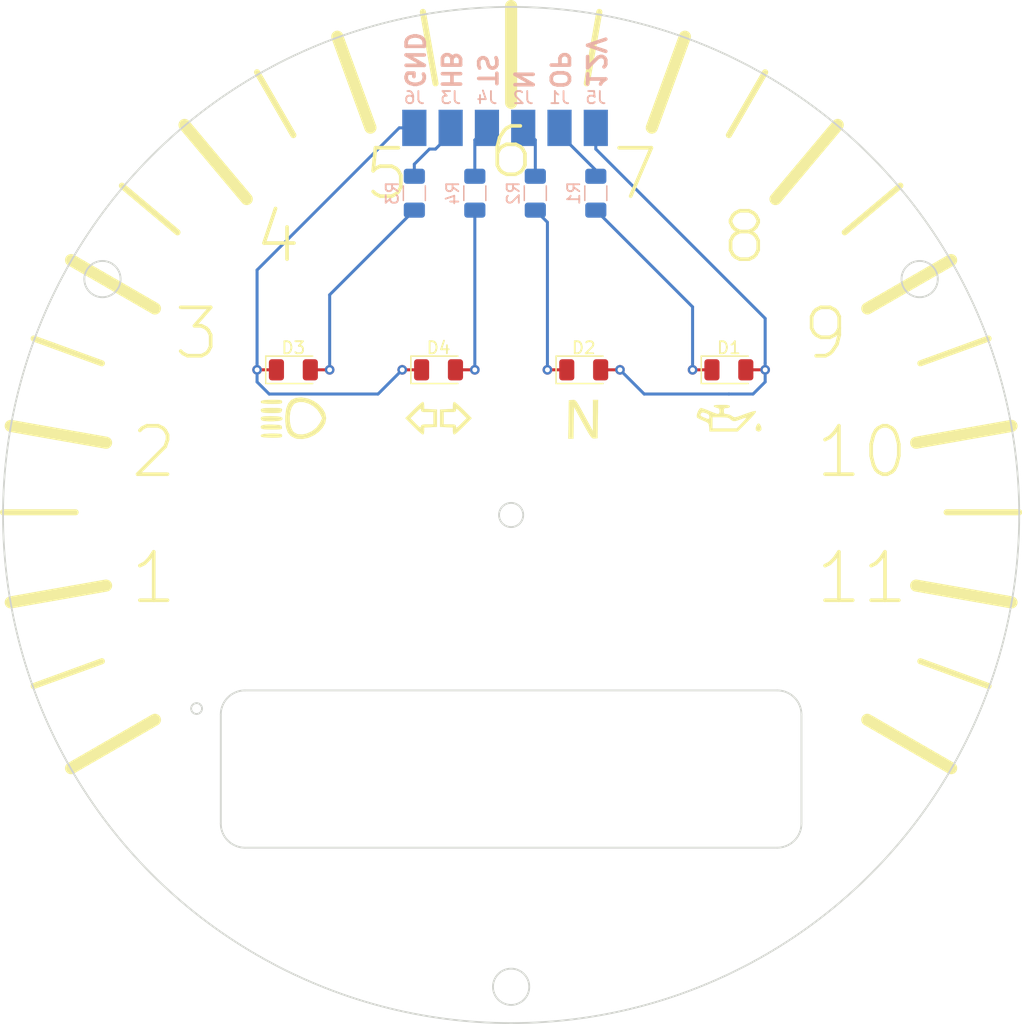
<source format=kicad_pcb>
(kicad_pcb (version 20171130) (host pcbnew "(5.0.1)-4")

  (general
    (thickness 1.6)
    (drawings 56)
    (tracks 52)
    (zones 0)
    (modules 18)
    (nets 11)
  )

  (page A4)
  (layers
    (0 F.Cu signal)
    (31 B.Cu signal)
    (32 B.Adhes user)
    (33 F.Adhes user)
    (34 B.Paste user)
    (35 F.Paste user)
    (36 B.SilkS user)
    (37 F.SilkS user)
    (38 B.Mask user)
    (39 F.Mask user)
    (40 Dwgs.User user)
    (41 Cmts.User user)
    (42 Eco1.User user)
    (43 Eco2.User user)
    (44 Edge.Cuts user)
    (45 Margin user)
    (46 B.CrtYd user)
    (47 F.CrtYd user)
    (48 B.Fab user)
    (49 F.Fab user)
  )

  (setup
    (last_trace_width 0.25)
    (trace_clearance 0.2)
    (zone_clearance 0.508)
    (zone_45_only no)
    (trace_min 0.2)
    (segment_width 0.2)
    (edge_width 0.15)
    (via_size 0.8)
    (via_drill 0.4)
    (via_min_size 0.4)
    (via_min_drill 0.3)
    (uvia_size 0.3)
    (uvia_drill 0.1)
    (uvias_allowed no)
    (uvia_min_size 0.2)
    (uvia_min_drill 0.1)
    (pcb_text_width 0.3)
    (pcb_text_size 1.5 1.5)
    (mod_edge_width 0.15)
    (mod_text_size 1 1)
    (mod_text_width 0.15)
    (pad_size 1.524 1.524)
    (pad_drill 0.762)
    (pad_to_mask_clearance 0.051)
    (solder_mask_min_width 0.25)
    (aux_axis_origin 0 0)
    (visible_elements 7FFFFFFF)
    (pcbplotparams
      (layerselection 0x010f0_ffffffff)
      (usegerberextensions false)
      (usegerberattributes true)
      (usegerberadvancedattributes false)
      (creategerberjobfile false)
      (excludeedgelayer true)
      (linewidth 0.100000)
      (plotframeref false)
      (viasonmask false)
      (mode 1)
      (useauxorigin false)
      (hpglpennumber 1)
      (hpglpenspeed 20)
      (hpglpendiameter 15.000000)
      (psnegative false)
      (psa4output false)
      (plotreference true)
      (plotvalue true)
      (plotinvisibletext false)
      (padsonsilk false)
      (subtractmaskfromsilk false)
      (outputformat 1)
      (mirror false)
      (drillshape 0)
      (scaleselection 1)
      (outputdirectory "gerber"))
  )

  (net 0 "")
  (net 1 "Net-(D1-Pad1)")
  (net 2 +12V)
  (net 3 "Net-(D2-Pad1)")
  (net 4 GND)
  (net 5 "Net-(D3-Pad2)")
  (net 6 "Net-(D4-Pad2)")
  (net 7 "Net-(J1-Pad1)")
  (net 8 "Net-(J2-Pad1)")
  (net 9 "Net-(J3-Pad1)")
  (net 10 "Net-(J4-Pad1)")

  (net_class Default "This is the default net class."
    (clearance 0.2)
    (trace_width 0.25)
    (via_dia 0.8)
    (via_drill 0.4)
    (uvia_dia 0.3)
    (uvia_drill 0.1)
    (add_net +12V)
    (add_net GND)
    (add_net "Net-(D1-Pad1)")
    (add_net "Net-(D2-Pad1)")
    (add_net "Net-(D3-Pad2)")
    (add_net "Net-(D4-Pad2)")
    (add_net "Net-(J1-Pad1)")
    (add_net "Net-(J2-Pad1)")
    (add_net "Net-(J3-Pad1)")
    (add_net "Net-(J4-Pad1)")
  )

  (module LED_SMD:LED_1206_3216Metric (layer F.Cu) (tedit 5B301BBE) (tstamp 5CEBD8BC)
    (at 168 88)
    (descr "LED SMD 1206 (3216 Metric), square (rectangular) end terminal, IPC_7351 nominal, (Body size source: http://www.tortai-tech.com/upload/download/2011102023233369053.pdf), generated with kicad-footprint-generator")
    (tags diode)
    (path /5CEA1E49)
    (attr smd)
    (fp_text reference D1 (at 0 -1.82) (layer F.SilkS)
      (effects (font (size 1 1) (thickness 0.15)))
    )
    (fp_text value LED (at 0 1.82) (layer F.Fab)
      (effects (font (size 1 1) (thickness 0.15)))
    )
    (fp_line (start 1.6 -0.8) (end -1.2 -0.8) (layer F.Fab) (width 0.1))
    (fp_line (start -1.2 -0.8) (end -1.6 -0.4) (layer F.Fab) (width 0.1))
    (fp_line (start -1.6 -0.4) (end -1.6 0.8) (layer F.Fab) (width 0.1))
    (fp_line (start -1.6 0.8) (end 1.6 0.8) (layer F.Fab) (width 0.1))
    (fp_line (start 1.6 0.8) (end 1.6 -0.8) (layer F.Fab) (width 0.1))
    (fp_line (start 1.6 -1.135) (end -2.285 -1.135) (layer F.SilkS) (width 0.12))
    (fp_line (start -2.285 -1.135) (end -2.285 1.135) (layer F.SilkS) (width 0.12))
    (fp_line (start -2.285 1.135) (end 1.6 1.135) (layer F.SilkS) (width 0.12))
    (fp_line (start -2.28 1.12) (end -2.28 -1.12) (layer F.CrtYd) (width 0.05))
    (fp_line (start -2.28 -1.12) (end 2.28 -1.12) (layer F.CrtYd) (width 0.05))
    (fp_line (start 2.28 -1.12) (end 2.28 1.12) (layer F.CrtYd) (width 0.05))
    (fp_line (start 2.28 1.12) (end -2.28 1.12) (layer F.CrtYd) (width 0.05))
    (fp_text user %R (at 0 0) (layer F.Fab)
      (effects (font (size 0.8 0.8) (thickness 0.12)))
    )
    (pad 1 smd roundrect (at -1.4 0) (size 1.25 1.75) (layers F.Cu F.Paste F.Mask) (roundrect_rratio 0.2)
      (net 1 "Net-(D1-Pad1)"))
    (pad 2 smd roundrect (at 1.4 0) (size 1.25 1.75) (layers F.Cu F.Paste F.Mask) (roundrect_rratio 0.2)
      (net 2 +12V))
    (model ${KISYS3DMOD}/LED_SMD.3dshapes/LED_1206_3216Metric.wrl
      (at (xyz 0 0 0))
      (scale (xyz 1 1 1))
      (rotate (xyz 0 0 0))
    )
  )

  (module LED_SMD:LED_1206_3216Metric (layer F.Cu) (tedit 5B301BBE) (tstamp 5CEBD861)
    (at 156 88)
    (descr "LED SMD 1206 (3216 Metric), square (rectangular) end terminal, IPC_7351 nominal, (Body size source: http://www.tortai-tech.com/upload/download/2011102023233369053.pdf), generated with kicad-footprint-generator")
    (tags diode)
    (path /5CEA1ED9)
    (attr smd)
    (fp_text reference D2 (at 0 -1.82) (layer F.SilkS)
      (effects (font (size 1 1) (thickness 0.15)))
    )
    (fp_text value LED (at 0 1.82) (layer F.Fab)
      (effects (font (size 1 1) (thickness 0.15)))
    )
    (fp_text user %R (at 0 0) (layer F.Fab)
      (effects (font (size 0.8 0.8) (thickness 0.12)))
    )
    (fp_line (start 2.28 1.12) (end -2.28 1.12) (layer F.CrtYd) (width 0.05))
    (fp_line (start 2.28 -1.12) (end 2.28 1.12) (layer F.CrtYd) (width 0.05))
    (fp_line (start -2.28 -1.12) (end 2.28 -1.12) (layer F.CrtYd) (width 0.05))
    (fp_line (start -2.28 1.12) (end -2.28 -1.12) (layer F.CrtYd) (width 0.05))
    (fp_line (start -2.285 1.135) (end 1.6 1.135) (layer F.SilkS) (width 0.12))
    (fp_line (start -2.285 -1.135) (end -2.285 1.135) (layer F.SilkS) (width 0.12))
    (fp_line (start 1.6 -1.135) (end -2.285 -1.135) (layer F.SilkS) (width 0.12))
    (fp_line (start 1.6 0.8) (end 1.6 -0.8) (layer F.Fab) (width 0.1))
    (fp_line (start -1.6 0.8) (end 1.6 0.8) (layer F.Fab) (width 0.1))
    (fp_line (start -1.6 -0.4) (end -1.6 0.8) (layer F.Fab) (width 0.1))
    (fp_line (start -1.2 -0.8) (end -1.6 -0.4) (layer F.Fab) (width 0.1))
    (fp_line (start 1.6 -0.8) (end -1.2 -0.8) (layer F.Fab) (width 0.1))
    (pad 2 smd roundrect (at 1.4 0) (size 1.25 1.75) (layers F.Cu F.Paste F.Mask) (roundrect_rratio 0.2)
      (net 2 +12V))
    (pad 1 smd roundrect (at -1.4 0) (size 1.25 1.75) (layers F.Cu F.Paste F.Mask) (roundrect_rratio 0.2)
      (net 3 "Net-(D2-Pad1)"))
    (model ${KISYS3DMOD}/LED_SMD.3dshapes/LED_1206_3216Metric.wrl
      (at (xyz 0 0 0))
      (scale (xyz 1 1 1))
      (rotate (xyz 0 0 0))
    )
  )

  (module LED_SMD:LED_1206_3216Metric (layer F.Cu) (tedit 5B301BBE) (tstamp 5CEBD52B)
    (at 132 88)
    (descr "LED SMD 1206 (3216 Metric), square (rectangular) end terminal, IPC_7351 nominal, (Body size source: http://www.tortai-tech.com/upload/download/2011102023233369053.pdf), generated with kicad-footprint-generator")
    (tags diode)
    (path /5CEA1F33)
    (attr smd)
    (fp_text reference D3 (at 0 -1.82) (layer F.SilkS)
      (effects (font (size 1 1) (thickness 0.15)))
    )
    (fp_text value LED (at 0 1.82) (layer F.Fab)
      (effects (font (size 1 1) (thickness 0.15)))
    )
    (fp_line (start 1.6 -0.8) (end -1.2 -0.8) (layer F.Fab) (width 0.1))
    (fp_line (start -1.2 -0.8) (end -1.6 -0.4) (layer F.Fab) (width 0.1))
    (fp_line (start -1.6 -0.4) (end -1.6 0.8) (layer F.Fab) (width 0.1))
    (fp_line (start -1.6 0.8) (end 1.6 0.8) (layer F.Fab) (width 0.1))
    (fp_line (start 1.6 0.8) (end 1.6 -0.8) (layer F.Fab) (width 0.1))
    (fp_line (start 1.6 -1.135) (end -2.285 -1.135) (layer F.SilkS) (width 0.12))
    (fp_line (start -2.285 -1.135) (end -2.285 1.135) (layer F.SilkS) (width 0.12))
    (fp_line (start -2.285 1.135) (end 1.6 1.135) (layer F.SilkS) (width 0.12))
    (fp_line (start -2.28 1.12) (end -2.28 -1.12) (layer F.CrtYd) (width 0.05))
    (fp_line (start -2.28 -1.12) (end 2.28 -1.12) (layer F.CrtYd) (width 0.05))
    (fp_line (start 2.28 -1.12) (end 2.28 1.12) (layer F.CrtYd) (width 0.05))
    (fp_line (start 2.28 1.12) (end -2.28 1.12) (layer F.CrtYd) (width 0.05))
    (fp_text user %R (at 0 0) (layer F.Fab)
      (effects (font (size 0.8 0.8) (thickness 0.12)))
    )
    (pad 1 smd roundrect (at -1.4 0) (size 1.25 1.75) (layers F.Cu F.Paste F.Mask) (roundrect_rratio 0.2)
      (net 4 GND))
    (pad 2 smd roundrect (at 1.4 0) (size 1.25 1.75) (layers F.Cu F.Paste F.Mask) (roundrect_rratio 0.2)
      (net 5 "Net-(D3-Pad2)"))
    (model ${KISYS3DMOD}/LED_SMD.3dshapes/LED_1206_3216Metric.wrl
      (at (xyz 0 0 0))
      (scale (xyz 1 1 1))
      (rotate (xyz 0 0 0))
    )
  )

  (module LED_SMD:LED_1206_3216Metric (layer F.Cu) (tedit 5B301BBE) (tstamp 5CEBDB9F)
    (at 144 88)
    (descr "LED SMD 1206 (3216 Metric), square (rectangular) end terminal, IPC_7351 nominal, (Body size source: http://www.tortai-tech.com/upload/download/2011102023233369053.pdf), generated with kicad-footprint-generator")
    (tags diode)
    (path /5CEA1FE7)
    (attr smd)
    (fp_text reference D4 (at 0 -1.82) (layer F.SilkS)
      (effects (font (size 1 1) (thickness 0.15)))
    )
    (fp_text value LED (at 0 1.82) (layer F.Fab)
      (effects (font (size 1 1) (thickness 0.15)))
    )
    (fp_text user %R (at 0 0) (layer F.Fab)
      (effects (font (size 0.8 0.8) (thickness 0.12)))
    )
    (fp_line (start 2.28 1.12) (end -2.28 1.12) (layer F.CrtYd) (width 0.05))
    (fp_line (start 2.28 -1.12) (end 2.28 1.12) (layer F.CrtYd) (width 0.05))
    (fp_line (start -2.28 -1.12) (end 2.28 -1.12) (layer F.CrtYd) (width 0.05))
    (fp_line (start -2.28 1.12) (end -2.28 -1.12) (layer F.CrtYd) (width 0.05))
    (fp_line (start -2.285 1.135) (end 1.6 1.135) (layer F.SilkS) (width 0.12))
    (fp_line (start -2.285 -1.135) (end -2.285 1.135) (layer F.SilkS) (width 0.12))
    (fp_line (start 1.6 -1.135) (end -2.285 -1.135) (layer F.SilkS) (width 0.12))
    (fp_line (start 1.6 0.8) (end 1.6 -0.8) (layer F.Fab) (width 0.1))
    (fp_line (start -1.6 0.8) (end 1.6 0.8) (layer F.Fab) (width 0.1))
    (fp_line (start -1.6 -0.4) (end -1.6 0.8) (layer F.Fab) (width 0.1))
    (fp_line (start -1.2 -0.8) (end -1.6 -0.4) (layer F.Fab) (width 0.1))
    (fp_line (start 1.6 -0.8) (end -1.2 -0.8) (layer F.Fab) (width 0.1))
    (pad 2 smd roundrect (at 1.4 0) (size 1.25 1.75) (layers F.Cu F.Paste F.Mask) (roundrect_rratio 0.2)
      (net 6 "Net-(D4-Pad2)"))
    (pad 1 smd roundrect (at -1.4 0) (size 1.25 1.75) (layers F.Cu F.Paste F.Mask) (roundrect_rratio 0.2)
      (net 4 GND))
    (model ${KISYS3DMOD}/LED_SMD.3dshapes/LED_1206_3216Metric.wrl
      (at (xyz 0 0 0))
      (scale (xyz 1 1 1))
      (rotate (xyz 0 0 0))
    )
  )

  (module Resistor_SMD:R_1206_3216Metric (layer B.Cu) (tedit 5B301BBD) (tstamp 5CEBD54F)
    (at 157 73.4 270)
    (descr "Resistor SMD 1206 (3216 Metric), square (rectangular) end terminal, IPC_7351 nominal, (Body size source: http://www.tortai-tech.com/upload/download/2011102023233369053.pdf), generated with kicad-footprint-generator")
    (tags resistor)
    (path /5CCC7660)
    (attr smd)
    (fp_text reference R1 (at 0 1.82 270) (layer B.SilkS)
      (effects (font (size 1 1) (thickness 0.15)) (justify mirror))
    )
    (fp_text value 220 (at 0 -1.82 270) (layer B.Fab)
      (effects (font (size 1 1) (thickness 0.15)) (justify mirror))
    )
    (fp_line (start -1.6 -0.8) (end -1.6 0.8) (layer B.Fab) (width 0.1))
    (fp_line (start -1.6 0.8) (end 1.6 0.8) (layer B.Fab) (width 0.1))
    (fp_line (start 1.6 0.8) (end 1.6 -0.8) (layer B.Fab) (width 0.1))
    (fp_line (start 1.6 -0.8) (end -1.6 -0.8) (layer B.Fab) (width 0.1))
    (fp_line (start -0.602064 0.91) (end 0.602064 0.91) (layer B.SilkS) (width 0.12))
    (fp_line (start -0.602064 -0.91) (end 0.602064 -0.91) (layer B.SilkS) (width 0.12))
    (fp_line (start -2.28 -1.12) (end -2.28 1.12) (layer B.CrtYd) (width 0.05))
    (fp_line (start -2.28 1.12) (end 2.28 1.12) (layer B.CrtYd) (width 0.05))
    (fp_line (start 2.28 1.12) (end 2.28 -1.12) (layer B.CrtYd) (width 0.05))
    (fp_line (start 2.28 -1.12) (end -2.28 -1.12) (layer B.CrtYd) (width 0.05))
    (fp_text user %R (at 0 0 270) (layer B.Fab)
      (effects (font (size 0.8 0.8) (thickness 0.12)) (justify mirror))
    )
    (pad 1 smd roundrect (at -1.4 0 270) (size 1.25 1.75) (layers B.Cu B.Paste B.Mask) (roundrect_rratio 0.2)
      (net 7 "Net-(J1-Pad1)"))
    (pad 2 smd roundrect (at 1.4 0 270) (size 1.25 1.75) (layers B.Cu B.Paste B.Mask) (roundrect_rratio 0.2)
      (net 1 "Net-(D1-Pad1)"))
    (model ${KISYS3DMOD}/Resistor_SMD.3dshapes/R_1206_3216Metric.wrl
      (at (xyz 0 0 0))
      (scale (xyz 1 1 1))
      (rotate (xyz 0 0 0))
    )
  )

  (module Resistor_SMD:R_1206_3216Metric (layer B.Cu) (tedit 5B301BBD) (tstamp 5CEBD560)
    (at 152 73.4 270)
    (descr "Resistor SMD 1206 (3216 Metric), square (rectangular) end terminal, IPC_7351 nominal, (Body size source: http://www.tortai-tech.com/upload/download/2011102023233369053.pdf), generated with kicad-footprint-generator")
    (tags resistor)
    (path /5CCC7E96)
    (attr smd)
    (fp_text reference R2 (at 0 1.82 270) (layer B.SilkS)
      (effects (font (size 1 1) (thickness 0.15)) (justify mirror))
    )
    (fp_text value 220 (at 0 -1.82 270) (layer B.Fab)
      (effects (font (size 1 1) (thickness 0.15)) (justify mirror))
    )
    (fp_text user %R (at 0 0 270) (layer B.Fab)
      (effects (font (size 0.8 0.8) (thickness 0.12)) (justify mirror))
    )
    (fp_line (start 2.28 -1.12) (end -2.28 -1.12) (layer B.CrtYd) (width 0.05))
    (fp_line (start 2.28 1.12) (end 2.28 -1.12) (layer B.CrtYd) (width 0.05))
    (fp_line (start -2.28 1.12) (end 2.28 1.12) (layer B.CrtYd) (width 0.05))
    (fp_line (start -2.28 -1.12) (end -2.28 1.12) (layer B.CrtYd) (width 0.05))
    (fp_line (start -0.602064 -0.91) (end 0.602064 -0.91) (layer B.SilkS) (width 0.12))
    (fp_line (start -0.602064 0.91) (end 0.602064 0.91) (layer B.SilkS) (width 0.12))
    (fp_line (start 1.6 -0.8) (end -1.6 -0.8) (layer B.Fab) (width 0.1))
    (fp_line (start 1.6 0.8) (end 1.6 -0.8) (layer B.Fab) (width 0.1))
    (fp_line (start -1.6 0.8) (end 1.6 0.8) (layer B.Fab) (width 0.1))
    (fp_line (start -1.6 -0.8) (end -1.6 0.8) (layer B.Fab) (width 0.1))
    (pad 2 smd roundrect (at 1.4 0 270) (size 1.25 1.75) (layers B.Cu B.Paste B.Mask) (roundrect_rratio 0.2)
      (net 3 "Net-(D2-Pad1)"))
    (pad 1 smd roundrect (at -1.4 0 270) (size 1.25 1.75) (layers B.Cu B.Paste B.Mask) (roundrect_rratio 0.2)
      (net 8 "Net-(J2-Pad1)"))
    (model ${KISYS3DMOD}/Resistor_SMD.3dshapes/R_1206_3216Metric.wrl
      (at (xyz 0 0 0))
      (scale (xyz 1 1 1))
      (rotate (xyz 0 0 0))
    )
  )

  (module Resistor_SMD:R_1206_3216Metric (layer B.Cu) (tedit 5B301BBD) (tstamp 5CEBD571)
    (at 142 73.4 270)
    (descr "Resistor SMD 1206 (3216 Metric), square (rectangular) end terminal, IPC_7351 nominal, (Body size source: http://www.tortai-tech.com/upload/download/2011102023233369053.pdf), generated with kicad-footprint-generator")
    (tags resistor)
    (path /5CCC7F21)
    (attr smd)
    (fp_text reference R3 (at 0 1.82 270) (layer B.SilkS)
      (effects (font (size 1 1) (thickness 0.15)) (justify mirror))
    )
    (fp_text value 220 (at 0 -1.82 270) (layer B.Fab)
      (effects (font (size 1 1) (thickness 0.15)) (justify mirror))
    )
    (fp_line (start -1.6 -0.8) (end -1.6 0.8) (layer B.Fab) (width 0.1))
    (fp_line (start -1.6 0.8) (end 1.6 0.8) (layer B.Fab) (width 0.1))
    (fp_line (start 1.6 0.8) (end 1.6 -0.8) (layer B.Fab) (width 0.1))
    (fp_line (start 1.6 -0.8) (end -1.6 -0.8) (layer B.Fab) (width 0.1))
    (fp_line (start -0.602064 0.91) (end 0.602064 0.91) (layer B.SilkS) (width 0.12))
    (fp_line (start -0.602064 -0.91) (end 0.602064 -0.91) (layer B.SilkS) (width 0.12))
    (fp_line (start -2.28 -1.12) (end -2.28 1.12) (layer B.CrtYd) (width 0.05))
    (fp_line (start -2.28 1.12) (end 2.28 1.12) (layer B.CrtYd) (width 0.05))
    (fp_line (start 2.28 1.12) (end 2.28 -1.12) (layer B.CrtYd) (width 0.05))
    (fp_line (start 2.28 -1.12) (end -2.28 -1.12) (layer B.CrtYd) (width 0.05))
    (fp_text user %R (at 0 0 270) (layer B.Fab)
      (effects (font (size 0.8 0.8) (thickness 0.12)) (justify mirror))
    )
    (pad 1 smd roundrect (at -1.4 0 270) (size 1.25 1.75) (layers B.Cu B.Paste B.Mask) (roundrect_rratio 0.2)
      (net 9 "Net-(J3-Pad1)"))
    (pad 2 smd roundrect (at 1.4 0 270) (size 1.25 1.75) (layers B.Cu B.Paste B.Mask) (roundrect_rratio 0.2)
      (net 5 "Net-(D3-Pad2)"))
    (model ${KISYS3DMOD}/Resistor_SMD.3dshapes/R_1206_3216Metric.wrl
      (at (xyz 0 0 0))
      (scale (xyz 1 1 1))
      (rotate (xyz 0 0 0))
    )
  )

  (module Resistor_SMD:R_1206_3216Metric (layer B.Cu) (tedit 5B301BBD) (tstamp 5CEBD582)
    (at 147 73.4 270)
    (descr "Resistor SMD 1206 (3216 Metric), square (rectangular) end terminal, IPC_7351 nominal, (Body size source: http://www.tortai-tech.com/upload/download/2011102023233369053.pdf), generated with kicad-footprint-generator")
    (tags resistor)
    (path /5CCC7FB2)
    (attr smd)
    (fp_text reference R4 (at 0 1.82 270) (layer B.SilkS)
      (effects (font (size 1 1) (thickness 0.15)) (justify mirror))
    )
    (fp_text value 220 (at 0 -1.82 270) (layer B.Fab)
      (effects (font (size 1 1) (thickness 0.15)) (justify mirror))
    )
    (fp_text user %R (at 0 0 270) (layer B.Fab)
      (effects (font (size 0.8 0.8) (thickness 0.12)) (justify mirror))
    )
    (fp_line (start 2.28 -1.12) (end -2.28 -1.12) (layer B.CrtYd) (width 0.05))
    (fp_line (start 2.28 1.12) (end 2.28 -1.12) (layer B.CrtYd) (width 0.05))
    (fp_line (start -2.28 1.12) (end 2.28 1.12) (layer B.CrtYd) (width 0.05))
    (fp_line (start -2.28 -1.12) (end -2.28 1.12) (layer B.CrtYd) (width 0.05))
    (fp_line (start -0.602064 -0.91) (end 0.602064 -0.91) (layer B.SilkS) (width 0.12))
    (fp_line (start -0.602064 0.91) (end 0.602064 0.91) (layer B.SilkS) (width 0.12))
    (fp_line (start 1.6 -0.8) (end -1.6 -0.8) (layer B.Fab) (width 0.1))
    (fp_line (start 1.6 0.8) (end 1.6 -0.8) (layer B.Fab) (width 0.1))
    (fp_line (start -1.6 0.8) (end 1.6 0.8) (layer B.Fab) (width 0.1))
    (fp_line (start -1.6 -0.8) (end -1.6 0.8) (layer B.Fab) (width 0.1))
    (pad 2 smd roundrect (at 1.4 0 270) (size 1.25 1.75) (layers B.Cu B.Paste B.Mask) (roundrect_rratio 0.2)
      (net 6 "Net-(D4-Pad2)"))
    (pad 1 smd roundrect (at -1.4 0 270) (size 1.25 1.75) (layers B.Cu B.Paste B.Mask) (roundrect_rratio 0.2)
      (net 10 "Net-(J4-Pad1)"))
    (model ${KISYS3DMOD}/Resistor_SMD.3dshapes/R_1206_3216Metric.wrl
      (at (xyz 0 0 0))
      (scale (xyz 1 1 1))
      (rotate (xyz 0 0 0))
    )
  )

  (module footprints:wire-pad (layer B.Cu) (tedit 5CDFA345) (tstamp 5D107B24)
    (at 154 66)
    (path /5CE0B06A)
    (fp_text reference J1 (at 0 -0.5) (layer B.SilkS)
      (effects (font (size 1 1) (thickness 0.15)) (justify mirror))
    )
    (fp_text value Conn_01x01 (at 0 0.5) (layer B.Fab)
      (effects (font (size 1 1) (thickness 0.15)) (justify mirror))
    )
    (pad 1 smd rect (at 0 2) (size 2 3) (layers B.Cu B.Paste B.Mask)
      (net 7 "Net-(J1-Pad1)"))
  )

  (module footprints:wire-pad (layer B.Cu) (tedit 5CDFA345) (tstamp 5D107B29)
    (at 151 66)
    (path /5CE0B1AE)
    (fp_text reference J2 (at 0 -0.5) (layer B.SilkS)
      (effects (font (size 1 1) (thickness 0.15)) (justify mirror))
    )
    (fp_text value Conn_01x01 (at 0 0.5) (layer B.Fab)
      (effects (font (size 1 1) (thickness 0.15)) (justify mirror))
    )
    (pad 1 smd rect (at 0 2) (size 2 3) (layers B.Cu B.Paste B.Mask)
      (net 8 "Net-(J2-Pad1)"))
  )

  (module footprints:wire-pad (layer B.Cu) (tedit 5CDFA345) (tstamp 5D107B2E)
    (at 145 66)
    (path /5CE0B1DC)
    (fp_text reference J3 (at 0 -0.5) (layer B.SilkS)
      (effects (font (size 1 1) (thickness 0.15)) (justify mirror))
    )
    (fp_text value Conn_01x01 (at 0 0.5) (layer B.Fab)
      (effects (font (size 1 1) (thickness 0.15)) (justify mirror))
    )
    (pad 1 smd rect (at 0 2) (size 2 3) (layers B.Cu B.Paste B.Mask)
      (net 9 "Net-(J3-Pad1)"))
  )

  (module footprints:wire-pad (layer B.Cu) (tedit 5CDFA345) (tstamp 5D107B33)
    (at 148 66)
    (path /5CE0B204)
    (fp_text reference J4 (at 0 -0.5) (layer B.SilkS)
      (effects (font (size 1 1) (thickness 0.15)) (justify mirror))
    )
    (fp_text value Conn_01x01 (at 0 0.5) (layer B.Fab)
      (effects (font (size 1 1) (thickness 0.15)) (justify mirror))
    )
    (pad 1 smd rect (at 0 2) (size 2 3) (layers B.Cu B.Paste B.Mask)
      (net 10 "Net-(J4-Pad1)"))
  )

  (module footprints:wire-pad (layer B.Cu) (tedit 5CDFA345) (tstamp 5D107B38)
    (at 157 66)
    (path /5CE0B22E)
    (fp_text reference J5 (at 0 -0.5) (layer B.SilkS)
      (effects (font (size 1 1) (thickness 0.15)) (justify mirror))
    )
    (fp_text value Conn_01x01 (at 0 0.5) (layer B.Fab)
      (effects (font (size 1 1) (thickness 0.15)) (justify mirror))
    )
    (pad 1 smd rect (at 0 2) (size 2 3) (layers B.Cu B.Paste B.Mask)
      (net 2 +12V))
  )

  (module footprints:wire-pad (layer B.Cu) (tedit 5CDFA345) (tstamp 5D107B3D)
    (at 142 66)
    (path /5CE0B25C)
    (fp_text reference J6 (at 0 -0.5) (layer B.SilkS)
      (effects (font (size 1 1) (thickness 0.15)) (justify mirror))
    )
    (fp_text value Conn_01x01 (at 0 0.5) (layer B.Fab)
      (effects (font (size 1 1) (thickness 0.15)) (justify mirror))
    )
    (pad 1 smd rect (at 0 2) (size 2 3) (layers B.Cu B.Paste B.Mask)
      (net 4 GND))
  )

  (module footprints:oil (layer F.Cu) (tedit 0) (tstamp 5D107E2F)
    (at 168 92)
    (fp_text reference G*** (at 0 0) (layer F.SilkS) hide
      (effects (font (size 1.524 1.524) (thickness 0.3)))
    )
    (fp_text value LOGO (at 0.75 0) (layer F.SilkS) hide
      (effects (font (size 1.524 1.524) (thickness 0.3)))
    )
    (fp_poly (pts (xy 2.559441 0.4956) (xy 2.648655 0.664143) (xy 2.693026 0.856576) (xy 2.680787 0.968267)
      (xy 2.564259 1.076781) (xy 2.455333 1.100667) (xy 2.290408 1.043894) (xy 2.229879 0.968267)
      (xy 2.224069 0.802943) (xy 2.284424 0.609969) (xy 2.380998 0.461731) (xy 2.455333 0.423333)
      (xy 2.559441 0.4956)) (layer F.SilkS) (width 0.01))
    (fp_poly (pts (xy -0.250123 -1.094785) (xy -0.039594 -1.073433) (xy 0.061838 -1.031047) (xy 0.084667 -0.973667)
      (xy 0.008938 -0.872841) (xy -0.169333 -0.846667) (xy -0.349242 -0.825688) (xy -0.415552 -0.726727)
      (xy -0.423333 -0.592667) (xy -0.401977 -0.412454) (xy -0.303832 -0.346099) (xy -0.180752 -0.338667)
      (xy 0.067329 -0.285387) (xy 0.26525 -0.178657) (xy 0.36046 -0.109884) (xy 0.453451 -0.076862)
      (xy 0.579008 -0.084885) (xy 0.771913 -0.139246) (xy 1.066951 -0.245238) (xy 1.313834 -0.338226)
      (xy 1.710508 -0.478375) (xy 2.013694 -0.565357) (xy 2.199114 -0.592796) (xy 2.240716 -0.581619)
      (xy 2.217919 -0.491203) (xy 2.078251 -0.300633) (xy 1.831606 -0.022023) (xy 1.522722 0.297616)
      (xy 0.723011 1.100667) (xy -1.598931 1.100667) (xy -1.624965 0.74556) (xy -1.649385 0.539653)
      (xy -1.711833 0.411869) (xy -1.853386 0.315643) (xy -2.095326 0.212335) (xy -2.356694 0.098536)
      (xy -2.55679 -0.004893) (xy -2.628842 -0.054975) (xy -2.657906 -0.186556) (xy -2.638075 -0.283097)
      (xy -2.357054 -0.283097) (xy -2.322282 -0.193009) (xy -2.164369 -0.103329) (xy -2.053167 -0.055752)
      (xy -1.802725 0.042458) (xy -1.669936 0.066652) (xy -1.617639 0.011422) (xy -1.611101 -0.084667)
      (xy -1.354667 -0.084667) (xy -1.354667 0.846667) (xy 0.640784 0.846667) (xy 1.103559 0.37192)
      (xy 1.327452 0.133908) (xy 1.428092 -0.004001) (xy 1.398138 -0.048812) (xy 1.23025 -0.007529)
      (xy 0.917086 0.112846) (xy 0.857493 0.137142) (xy 0.549894 0.23602) (xy 0.331262 0.229612)
      (xy 0.155377 0.114598) (xy 0.127 0.084667) (xy 0.019771 -0.003709) (xy -0.132143 -0.05542)
      (xy -0.371875 -0.079403) (xy -0.690456 -0.084667) (xy -1.354667 -0.084667) (xy -1.611101 -0.084667)
      (xy -1.608667 -0.120434) (xy -1.648012 -0.275663) (xy -1.794022 -0.381138) (xy -1.91506 -0.426654)
      (xy -2.130113 -0.483183) (xy -2.246451 -0.464928) (xy -2.294764 -0.412053) (xy -2.357054 -0.283097)
      (xy -2.638075 -0.283097) (xy -2.615367 -0.393641) (xy -2.525922 -0.614031) (xy -2.414267 -0.785527)
      (xy -2.3145 -0.846667) (xy -2.181133 -0.815023) (xy -1.941272 -0.73143) (xy -1.643081 -0.612894)
      (xy -1.595161 -0.592667) (xy -1.227509 -0.442037) (xy -0.986512 -0.364241) (xy -0.846039 -0.3591)
      (xy -0.779957 -0.426439) (xy -0.762137 -0.566082) (xy -0.762 -0.587043) (xy -0.789825 -0.770981)
      (xy -0.904962 -0.848084) (xy -0.988304 -0.86221) (xy -1.168248 -0.917437) (xy -1.24936 -0.994833)
      (xy -1.220911 -1.050339) (xy -1.076914 -1.083892) (xy -0.796019 -1.09897) (xy -0.599722 -1.100667)
      (xy -0.250123 -1.094785)) (layer F.SilkS) (width 0.01))
  )

  (module footprints:neutral (layer F.Cu) (tedit 0) (tstamp 5D1CAE57)
    (at 156 92)
    (fp_text reference G*** (at 0 0) (layer F.SilkS) hide
      (effects (font (size 1.524 1.524) (thickness 0.3)))
    )
    (fp_text value LOGO (at 0.75 0) (layer F.SilkS) hide
      (effects (font (size 1.524 1.524) (thickness 0.3)))
    )
    (fp_poly (pts (xy 1.143 1.651) (xy 0.914514 1.677371) (xy 0.822508 1.68166) (xy 0.739009 1.659386)
      (xy 0.651047 1.592668) (xy 0.545652 1.463621) (xy 0.409855 1.254362) (xy 0.230685 0.947008)
      (xy -0.004826 0.523676) (xy -0.259013 0.059269) (xy -0.804333 -0.939794) (xy -0.82765 0.376769)
      (xy -0.850967 1.693333) (xy -1.273737 1.693333) (xy -1.227667 -1.481667) (xy -0.957712 -1.507809)
      (xy -0.853074 -1.516906) (xy -0.767062 -1.508743) (xy -0.685389 -1.464624) (xy -0.593767 -1.365857)
      (xy -0.477907 -1.193747) (xy -0.323522 -0.929601) (xy -0.116323 -0.554725) (xy 0.157977 -0.050424)
      (xy 0.162374 -0.042333) (xy 0.76055 1.058333) (xy 0.761275 -0.232833) (xy 0.762 -1.524)
      (xy 1.18907 -1.524) (xy 1.143 1.651)) (layer F.SilkS) (width 0.01))
  )

  (module footprints:turn-signals (layer F.Cu) (tedit 0) (tstamp 5D1CAE6A)
    (at 144 92)
    (fp_text reference G*** (at 0 0) (layer F.SilkS) hide
      (effects (font (size 1.524 1.524) (thickness 0.3)))
    )
    (fp_text value LOGO (at 0.75 0) (layer F.SilkS) hide
      (effects (font (size 1.524 1.524) (thickness 0.3)))
    )
    (fp_poly (pts (xy 1.393016 -1.297648) (xy 1.581723 -1.142976) (xy 1.830929 -0.915229) (xy 2.074333 -0.677334)
      (xy 2.747694 0) (xy 2.074333 0.677333) (xy 1.795595 0.948586) (xy 1.552748 1.168099)
      (xy 1.37414 1.311294) (xy 1.293153 1.354667) (xy 1.214783 1.277396) (xy 1.185342 1.066934)
      (xy 1.185333 1.062373) (xy 1.185333 0.77008) (xy 0.656167 0.744873) (xy 0.127 0.719667)
      (xy 0.127 -0.508) (xy 0.423333 -0.508) (xy 0.423333 0.508) (xy 0.931333 0.508)
      (xy 1.213605 0.513265) (xy 1.366066 0.538865) (xy 1.428147 0.599507) (xy 1.439333 0.697492)
      (xy 1.453796 0.779766) (xy 1.512406 0.77847) (xy 1.637996 0.680529) (xy 1.853398 0.472865)
      (xy 1.882825 0.443492) (xy 2.326317 0) (xy 1.882825 -0.443492) (xy 1.65642 -0.663718)
      (xy 1.52228 -0.772816) (xy 1.45757 -0.783864) (xy 1.439461 -0.709938) (xy 1.439333 -0.697492)
      (xy 1.425219 -0.5922) (xy 1.356589 -0.53533) (xy 1.194015 -0.512173) (xy 0.931333 -0.508)
      (xy 0.423333 -0.508) (xy 0.127 -0.508) (xy 0.127 -0.719667) (xy 0.656167 -0.744874)
      (xy 1.185333 -0.77008) (xy 1.185333 -1.062374) (xy 1.213836 -1.274831) (xy 1.291471 -1.354643)
      (xy 1.293153 -1.354667) (xy 1.393016 -1.297648)) (layer F.SilkS) (width 0.01))
    (fp_poly (pts (xy -1.214783 -1.277396) (xy -1.185342 -1.066934) (xy -1.185333 -1.062374) (xy -1.185333 -0.77008)
      (xy -0.656167 -0.744874) (xy -0.127 -0.719667) (xy -0.127 0.719667) (xy -0.656167 0.744873)
      (xy -1.185333 0.77008) (xy -1.185333 1.062373) (xy -1.213837 1.274831) (xy -1.291471 1.354642)
      (xy -1.293153 1.354667) (xy -1.393016 1.297648) (xy -1.581724 1.142976) (xy -1.830929 0.915229)
      (xy -2.074334 0.677333) (xy -2.747693 0) (xy -2.745515 -0.002191) (xy -2.324126 -0.002191)
      (xy -1.902897 0.426592) (xy -1.682766 0.643735) (xy -1.551268 0.749346) (xy -1.483547 0.757571)
      (xy -1.454747 0.682552) (xy -1.454612 0.681688) (xy -1.419134 0.583748) (xy -1.324195 0.53126)
      (xy -1.128533 0.510681) (xy -0.925445 0.508) (xy -0.423333 0.508) (xy -0.423333 -0.508)
      (xy -0.931333 -0.508) (xy -1.213605 -0.513265) (xy -1.366066 -0.538865) (xy -1.428147 -0.599508)
      (xy -1.439333 -0.697492) (xy -1.453769 -0.779881) (xy -1.51232 -0.778647) (xy -1.637855 -0.68072)
      (xy -1.853242 -0.473025) (xy -1.88173 -0.444588) (xy -2.324126 -0.002191) (xy -2.745515 -0.002191)
      (xy -2.074333 -0.677333) (xy -1.795595 -0.948586) (xy -1.552749 -1.168099) (xy -1.37414 -1.311294)
      (xy -1.293153 -1.354667) (xy -1.214783 -1.277396)) (layer F.SilkS) (width 0.01))
  )

  (module footprints:high-beam (layer F.Cu) (tedit 0) (tstamp 5D1CAE86)
    (at 132 92)
    (fp_text reference G*** (at 0 0) (layer F.SilkS) hide
      (effects (font (size 1.524 1.524) (thickness 0.3)))
    )
    (fp_text value LOGO (at 0.75 0) (layer F.SilkS) hide
      (effects (font (size 1.524 1.524) (thickness 0.3)))
    )
    (fp_poly (pts (xy -1.388998 -1.52165) (xy -1.143569 -1.510479) (xy -1.005981 -1.484301) (xy -0.945497 -1.436934)
      (xy -0.93138 -1.362194) (xy -0.931333 -1.354667) (xy -0.943013 -1.27741) (xy -0.998542 -1.228033)
      (xy -1.128656 -1.200352) (xy -1.364093 -1.188183) (xy -1.735588 -1.185343) (xy -1.773003 -1.185333)
      (xy -2.140863 -1.193399) (xy -2.436721 -1.215233) (xy -2.623177 -1.247294) (xy -2.667 -1.27)
      (xy -2.695026 -1.378586) (xy -2.611626 -1.453593) (xy -2.400843 -1.499554) (xy -2.046722 -1.521004)
      (xy -1.773003 -1.524) (xy -1.388998 -1.52165)) (layer F.SilkS) (width 0.01))
    (fp_poly (pts (xy -1.393787 -0.844068) (xy -1.145819 -0.832447) (xy -1.006354 -0.806067) (xy -0.944992 -0.759191)
      (xy -0.931333 -0.686392) (xy -0.993582 -0.527285) (xy -1.065258 -0.474725) (xy -1.234942 -0.444126)
      (xy -1.509559 -0.428186) (xy -1.836285 -0.426019) (xy -2.162297 -0.436737) (xy -2.434771 -0.459455)
      (xy -2.600886 -0.493285) (xy -2.615838 -0.500752) (xy -2.691931 -0.631889) (xy -2.681995 -0.711122)
      (xy -2.629694 -0.774607) (xy -2.511199 -0.815212) (xy -2.296115 -0.837508) (xy -1.954045 -0.846066)
      (xy -1.780657 -0.846667) (xy -1.393787 -0.844068)) (layer F.SilkS) (width 0.01))
    (fp_poly (pts (xy -1.373702 -0.155457) (xy -1.066828 -0.112013) (xy -0.911458 -0.036276) (xy -0.899749 0.074478)
      (xy -0.943715 0.141919) (xy -1.068149 0.193003) (xy -1.312722 0.229554) (xy -1.628777 0.250565)
      (xy -1.967662 0.255027) (xy -2.280722 0.241931) (xy -2.519302 0.210269) (xy -2.615838 0.176582)
      (xy -2.691931 0.045444) (xy -2.681995 -0.033789) (xy -2.62727 -0.099376) (xy -2.503228 -0.14044)
      (xy -2.278509 -0.162028) (xy -1.921752 -0.169187) (xy -1.839924 -0.169333) (xy -1.373702 -0.155457)) (layer F.SilkS) (width 0.01))
    (fp_poly (pts (xy -1.735667 0.528782) (xy -1.373463 0.541748) (xy -1.146927 0.561714) (xy -1.022407 0.597726)
      (xy -0.966249 0.658826) (xy -0.946612 0.740833) (xy -0.941227 0.826931) (xy -0.974387 0.882176)
      (xy -1.075832 0.913408) (xy -1.275301 0.92747) (xy -1.602535 0.931201) (xy -1.774769 0.931333)
      (xy -2.175776 0.926928) (xy -2.437911 0.910694) (xy -2.591475 0.878105) (xy -2.666774 0.824631)
      (xy -2.681995 0.795788) (xy -2.689755 0.669434) (xy -2.587799 0.585193) (xy -2.359746 0.538445)
      (xy -1.989217 0.524567) (xy -1.735667 0.528782)) (layer F.SilkS) (width 0.01))
    (fp_poly (pts (xy -1.388998 1.27235) (xy -1.143569 1.283521) (xy -1.005981 1.309699) (xy -0.945497 1.357066)
      (xy -0.93138 1.431806) (xy -0.931333 1.439333) (xy -0.943013 1.51659) (xy -0.998542 1.565967)
      (xy -1.128656 1.593648) (xy -1.364093 1.605817) (xy -1.735588 1.608657) (xy -1.773003 1.608667)
      (xy -2.140863 1.600601) (xy -2.436721 1.578767) (xy -2.623177 1.546706) (xy -2.667 1.524)
      (xy -2.695026 1.415414) (xy -2.611626 1.340407) (xy -2.400843 1.294446) (xy -2.046722 1.272996)
      (xy -1.773003 1.27) (xy -1.388998 1.27235)) (layer F.SilkS) (width 0.01))
    (fp_poly (pts (xy 0.682068 -1.717439) (xy 1.183676 -1.632241) (xy 1.657491 -1.434692) (xy 2.075239 -1.148748)
      (xy 2.408646 -0.798359) (xy 2.629435 -0.407481) (xy 2.709333 -0.000067) (xy 2.709333 0)
      (xy 2.629766 0.409763) (xy 2.411378 0.796257) (xy 2.084638 1.13999) (xy 1.680018 1.42147)
      (xy 1.227987 1.621207) (xy 0.759014 1.719709) (xy 0.303572 1.697485) (xy 0.130241 1.649805)
      (xy -0.210428 1.466027) (xy -0.452873 1.181709) (xy -0.602791 0.783383) (xy -0.66588 0.257581)
      (xy -0.661474 -0.110917) (xy -0.30254 -0.110917) (xy -0.286004 0.328103) (xy -0.203072 0.731232)
      (xy -0.053745 1.050551) (xy 0.046224 1.164167) (xy 0.349118 1.322393) (xy 0.743549 1.343407)
      (xy 1.093856 1.271953) (xy 1.539479 1.072065) (xy 1.924776 0.763658) (xy 2.197109 0.38935)
      (xy 2.205908 0.371548) (xy 2.385772 0) (xy 2.205908 -0.371549) (xy 1.967863 -0.719854)
      (xy 1.641286 -1.004274) (xy 1.261586 -1.211813) (xy 0.864169 -1.329478) (xy 0.484444 -1.344273)
      (xy 0.157817 -1.243203) (xy 0.046224 -1.164167) (xy -0.136427 -0.904969) (xy -0.252681 -0.537913)
      (xy -0.30254 -0.110917) (xy -0.661474 -0.110917) (xy -0.66019 -0.218206) (xy -0.586324 -0.787713)
      (xy -0.427158 -1.214839) (xy -0.175788 -1.507295) (xy 0.17469 -1.672792) (xy 0.63118 -1.71904)
      (xy 0.682068 -1.717439)) (layer F.SilkS) (width 0.01))
  )

  (gr_text OP (at 154 63.2 270) (layer B.SilkS)
    (effects (font (size 1.5 1.5) (thickness 0.3)) (justify mirror))
  )
  (gr_text N (at 151 64 270) (layer B.SilkS)
    (effects (font (size 1.5 1.5) (thickness 0.3)) (justify mirror))
  )
  (gr_text TS (at 148 63.2 270) (layer B.SilkS)
    (effects (font (size 1.5 1.5) (thickness 0.3)) (justify mirror))
  )
  (gr_text HB (at 145 63.2 270) (layer B.SilkS)
    (effects (font (size 1.5 1.5) (thickness 0.3)) (justify mirror))
  )
  (gr_text 12V (at 157 62.6 270) (layer B.SilkS)
    (effects (font (size 1.5 1.5) (thickness 0.3)) (justify mirror))
  )
  (gr_text GND (at 142 62.4 270) (layer B.SilkS)
    (effects (font (size 1.5 1.5) (thickness 0.3)) (justify mirror))
  )
  (gr_line (start 174 116.5) (end 174 125.5) (layer Edge.Cuts) (width 0.15))
  (gr_arc (start 128 116.5) (end 128 114.5) (angle -90) (layer Edge.Cuts) (width 0.15))
  (gr_arc (start 128 125.5) (end 126 125.5) (angle -90) (layer Edge.Cuts) (width 0.15))
  (gr_circle (center 150 139) (end 151.5 139) (layer Edge.Cuts) (width 0.15))
  (gr_arc (start 172 125.5) (end 172 127.5) (angle -90) (layer Edge.Cuts) (width 0.15))
  (gr_circle (center 124 116) (end 124.45 116) (layer Edge.Cuts) (width 0.15))
  (gr_line (start 126 116.5) (end 126 125.5) (layer Edge.Cuts) (width 0.15))
  (gr_circle (center 183.77 80.5) (end 185.27 80.5) (layer Edge.Cuts) (width 0.15))
  (gr_arc (start 172 116.5) (end 174 116.5) (angle -90) (layer Edge.Cuts) (width 0.15))
  (gr_line (start 128 114.5) (end 172 114.5) (layer Edge.Cuts) (width 0.15))
  (gr_circle (center 116.22 80.5) (end 117.72 80.5) (layer Edge.Cuts) (width 0.15))
  (gr_circle (center 150 100) (end 151 100) (layer Edge.Cuts) (width 0.15))
  (gr_line (start 128 127.5) (end 172 127.5) (layer Edge.Cuts) (width 0.15))
  (gr_line (start 110.53291 114.139821) (end 116.171066 112.0877) (layer F.SilkS) (width 0.5))
  (gr_line (start 108 99.774975) (end 114 99.774975) (layer F.SilkS) (width 0.5))
  (gr_line (start 157.293223 58.413049) (end 156.251334 64.321896) (layer F.SilkS) (width 0.5))
  (gr_line (start 182.173867 72.777895) (end 177.5776 76.634621) (layer F.SilkS) (width 0.5))
  (gr_line (start 110.53291 85.410129) (end 116.171066 87.46225) (layer F.SilkS) (width 0.5))
  (gr_line (start 171 63.401908) (end 168 68.59806) (layer F.SilkS) (width 0.5))
  (gr_line (start 129 63.401908) (end 132 68.59806) (layer F.SilkS) (width 0.5))
  (gr_line (start 189.46709 114.139821) (end 183.828934 112.0877) (layer F.SilkS) (width 0.5))
  (gr_line (start 189.46709 85.410129) (end 183.828934 87.46225) (layer F.SilkS) (width 0.5))
  (gr_line (start 192 99.774975) (end 186 99.774975) (layer F.SilkS) (width 0.5))
  (gr_line (start 117.826133 72.777895) (end 122.4224 76.634621) (layer F.SilkS) (width 0.5))
  (gr_line (start 142.706777 58.413049) (end 143.748666 64.321896) (layer F.SilkS) (width 0.5))
  (gr_line (start 191.361926 92.636353) (end 183.483464 94.025538) (layer F.SilkS) (width 1))
  (gr_line (start 150 57.929576) (end 150 65.929576) (layer F.SilkS) (width 1))
  (gr_line (start 113.626933 78.929576) (end 120.555136 82.929576) (layer F.SilkS) (width 1))
  (gr_line (start 176.99708 67.755709) (end 171.854779 73.884065) (layer F.SilkS) (width 1))
  (gr_line (start 191.361926 107.222799) (end 183.483464 105.833614) (layer F.SilkS) (width 1))
  (gr_line (start 135.635154 60.462486) (end 138.371315 67.980027) (layer F.SilkS) (width 1))
  (gr_line (start 164.364846 60.462486) (end 161.628685 67.980027) (layer F.SilkS) (width 1))
  (gr_line (start 108.638074 92.636353) (end 116.516536 94.025538) (layer F.SilkS) (width 1))
  (gr_line (start 113.626933 120.929576) (end 120.555136 116.929576) (layer F.SilkS) (width 1))
  (gr_line (start 186.373067 78.929576) (end 179.444864 82.929576) (layer F.SilkS) (width 1))
  (gr_line (start 123.00292 67.755709) (end 128.145221 73.884065) (layer F.SilkS) (width 1))
  (gr_line (start 186.373067 120.929576) (end 179.444864 116.929576) (layer F.SilkS) (width 1))
  (gr_line (start 108.638074 107.222799) (end 116.516536 105.833614) (layer F.SilkS) (width 1))
  (gr_text 3 (at 124.019238 85) (layer F.SilkS)
    (effects (font (size 4 4) (thickness 0.3)))
  )
  (gr_text 10 (at 179 94.790555) (layer F.SilkS)
    (effects (font (size 4 4) (thickness 0.3)))
  )
  (gr_text 7 (at 160.260604 71.809221) (layer F.SilkS) (tstamp 5CEBDF7D)
    (effects (font (size 4 4) (thickness 0.3)))
  )
  (gr_text 11 (at 179 105.209445) (layer F.SilkS)
    (effects (font (size 4 4) (thickness 0.3)))
  )
  (gr_text 6 (at 150 70) (layer F.SilkS)
    (effects (font (size 4 4) (thickness 0.3)))
  )
  (gr_text 5 (at 139.739396 71.809221) (layer F.SilkS)
    (effects (font (size 4 4) (thickness 0.3)))
  )
  (gr_text 8 (at 169.283628 77.018667) (layer F.SilkS)
    (effects (font (size 4 4) (thickness 0.3)))
  )
  (gr_text 4 (at 130.716372 77.018667) (layer F.SilkS)
    (effects (font (size 4 4) (thickness 0.3)))
  )
  (gr_text 1 (at 120.455767 105.209445) (layer F.SilkS)
    (effects (font (size 4 4) (thickness 0.3)))
  )
  (gr_text 9 (at 175.980762 85) (layer F.SilkS)
    (effects (font (size 4 4) (thickness 0.3)))
  )
  (gr_text 2 (at 120.455767 94.790555) (layer F.SilkS)
    (effects (font (size 4 4) (thickness 0.3)))
  )
  (gr_circle (center 150 100) (end 192 100) (layer Edge.Cuts) (width 0.15))

  (via (at 165 88) (size 0.8) (drill 0.4) (layers F.Cu B.Cu) (net 1))
  (segment (start 166.6 88) (end 165 88) (width 0.25) (layer F.Cu) (net 1) (status 10))
  (segment (start 165 82.8) (end 157 74.8) (width 0.25) (layer B.Cu) (net 1) (status 20))
  (segment (start 165 88) (end 165 82.8) (width 0.25) (layer B.Cu) (net 1))
  (via (at 159 88) (size 0.8) (drill 0.4) (layers F.Cu B.Cu) (net 2))
  (segment (start 157.4 88) (end 159 88) (width 0.25) (layer F.Cu) (net 2) (status 10))
  (segment (start 159 88) (end 161 90) (width 0.25) (layer B.Cu) (net 2))
  (segment (start 161 90) (end 168 90) (width 0.25) (layer B.Cu) (net 2))
  (segment (start 168 90) (end 170 90) (width 0.25) (layer B.Cu) (net 2))
  (segment (start 170 90) (end 171 89) (width 0.25) (layer B.Cu) (net 2))
  (via (at 171 88) (size 0.8) (drill 0.4) (layers F.Cu B.Cu) (net 2))
  (segment (start 171 89) (end 171 88) (width 0.25) (layer B.Cu) (net 2))
  (segment (start 171 88) (end 169.4 88) (width 0.25) (layer F.Cu) (net 2) (status 20))
  (segment (start 171 87.434315) (end 171 88) (width 0.25) (layer B.Cu) (net 2))
  (segment (start 171 83.75) (end 171 87.434315) (width 0.25) (layer B.Cu) (net 2))
  (segment (start 157 69.75) (end 171 83.75) (width 0.25) (layer B.Cu) (net 2))
  (segment (start 157 68) (end 157 69.75) (width 0.25) (layer B.Cu) (net 2))
  (via (at 153 88) (size 0.8) (drill 0.4) (layers F.Cu B.Cu) (net 3))
  (segment (start 154.6 88) (end 153 88) (width 0.25) (layer F.Cu) (net 3) (status 10))
  (segment (start 153 75.8) (end 152 74.8) (width 0.25) (layer B.Cu) (net 3) (status 20))
  (segment (start 153 88) (end 153 75.8) (width 0.25) (layer B.Cu) (net 3))
  (via (at 129 88) (size 0.8) (drill 0.4) (layers F.Cu B.Cu) (net 4))
  (segment (start 130.6 88) (end 129 88) (width 0.25) (layer F.Cu) (net 4) (status 10))
  (segment (start 129 88) (end 129 89) (width 0.25) (layer B.Cu) (net 4))
  (segment (start 129 89) (end 130 90) (width 0.25) (layer B.Cu) (net 4))
  (via (at 141 88) (size 0.8) (drill 0.4) (layers F.Cu B.Cu) (net 4))
  (segment (start 130 90) (end 139 90) (width 0.25) (layer B.Cu) (net 4))
  (segment (start 139 90) (end 141 88) (width 0.25) (layer B.Cu) (net 4))
  (segment (start 141 88) (end 142.6 88) (width 0.25) (layer F.Cu) (net 4) (status 20))
  (segment (start 129 87.434315) (end 129 88) (width 0.25) (layer B.Cu) (net 4))
  (segment (start 129 79.75) (end 129 87.434315) (width 0.25) (layer B.Cu) (net 4))
  (segment (start 140.75 68) (end 129 79.75) (width 0.25) (layer B.Cu) (net 4))
  (segment (start 142 68) (end 140.75 68) (width 0.25) (layer B.Cu) (net 4))
  (via (at 135 88) (size 0.8) (drill 0.4) (layers F.Cu B.Cu) (net 5))
  (segment (start 133.4 88) (end 135 88) (width 0.25) (layer F.Cu) (net 5) (status 10))
  (segment (start 135 81.8) (end 142 74.8) (width 0.25) (layer B.Cu) (net 5) (status 20))
  (segment (start 135 88) (end 135 81.8) (width 0.25) (layer B.Cu) (net 5))
  (via (at 147 88) (size 0.8) (drill 0.4) (layers F.Cu B.Cu) (net 6))
  (segment (start 145.4 88) (end 147 88) (width 0.25) (layer F.Cu) (net 6) (status 10))
  (segment (start 147 88) (end 147 74.8) (width 0.25) (layer B.Cu) (net 6) (status 20))
  (segment (start 157 71.5) (end 157 72) (width 0.25) (layer B.Cu) (net 7))
  (segment (start 154 68.5) (end 157 71.5) (width 0.25) (layer B.Cu) (net 7))
  (segment (start 154 68) (end 154 68.5) (width 0.25) (layer B.Cu) (net 7))
  (segment (start 152 69) (end 151 68) (width 0.25) (layer B.Cu) (net 8))
  (segment (start 152 72) (end 152 69) (width 0.25) (layer B.Cu) (net 8))
  (segment (start 145 68.5) (end 145 68) (width 0.25) (layer B.Cu) (net 9))
  (segment (start 143.75 69.75) (end 145 68.5) (width 0.25) (layer B.Cu) (net 9))
  (segment (start 143.25 69.75) (end 143.75 69.75) (width 0.25) (layer B.Cu) (net 9))
  (segment (start 142 71) (end 143.25 69.75) (width 0.25) (layer B.Cu) (net 9))
  (segment (start 142 72) (end 142 71) (width 0.25) (layer B.Cu) (net 9))
  (segment (start 147 69) (end 148 68) (width 0.25) (layer B.Cu) (net 10))
  (segment (start 147 72) (end 147 69) (width 0.25) (layer B.Cu) (net 10))

)

</source>
